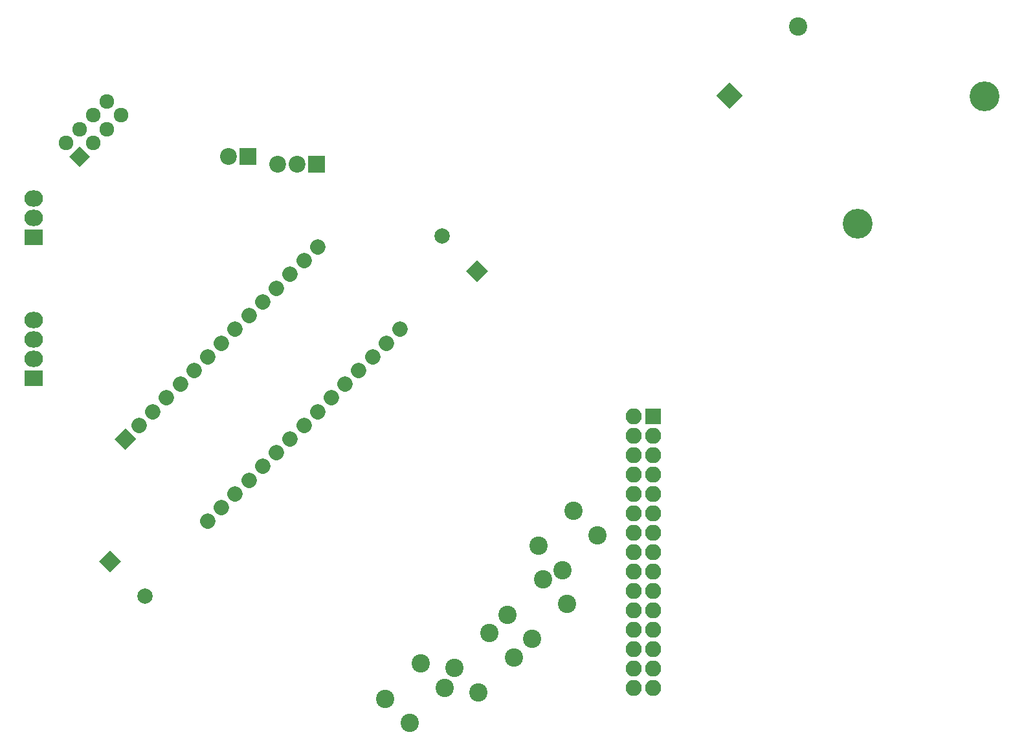
<source format=gbr>
G04 #@! TF.FileFunction,Soldermask,Bot*
%FSLAX46Y46*%
G04 Gerber Fmt 4.6, Leading zero omitted, Abs format (unit mm)*
G04 Created by KiCad (PCBNEW 4.0.7) date 06/10/18 23:21:09*
%MOMM*%
%LPD*%
G01*
G04 APERTURE LIST*
%ADD10C,0.100000*%
%ADD11C,2.000000*%
%ADD12C,2.400000*%
%ADD13C,3.900000*%
%ADD14C,2.000000*%
%ADD15R,2.200000X2.200000*%
%ADD16C,2.200000*%
%ADD17R,2.100000X2.100000*%
%ADD18O,2.100000X2.100000*%
%ADD19R,2.432000X2.127200*%
%ADD20O,2.432000X2.127200*%
%ADD21C,1.924000*%
G04 APERTURE END LIST*
D10*
G36*
X15585786Y-50000000D02*
X17000000Y-48585786D01*
X18414214Y-50000000D01*
X17000000Y-51414214D01*
X15585786Y-50000000D01*
X15585786Y-50000000D01*
G37*
D11*
X51124973Y-37427641D02*
X51124973Y-37427641D01*
X18796051Y-48203949D02*
X18796051Y-48203949D01*
X49328922Y-39223693D02*
X49328922Y-39223693D01*
X20592102Y-46407898D02*
X20592102Y-46407898D01*
X47532871Y-41019744D02*
X47532871Y-41019744D01*
X22388154Y-44611846D02*
X22388154Y-44611846D01*
X45736820Y-42815795D02*
X45736820Y-42815795D01*
X24184205Y-42815795D02*
X24184205Y-42815795D01*
X43940768Y-44611846D02*
X43940768Y-44611846D01*
X25980256Y-41019744D02*
X25980256Y-41019744D01*
X42144717Y-46407898D02*
X42144717Y-46407898D01*
X27776307Y-39223693D02*
X27776307Y-39223693D01*
X40348666Y-48203949D02*
X40348666Y-48203949D01*
X29572359Y-37427641D02*
X29572359Y-37427641D01*
X38552615Y-50000000D02*
X38552615Y-50000000D01*
X31368410Y-35631590D02*
X31368410Y-35631590D01*
X36756563Y-51796051D02*
X36756563Y-51796051D01*
X33164461Y-33835539D02*
X33164461Y-33835539D01*
X34960512Y-53592102D02*
X34960512Y-53592102D01*
X34960512Y-32039488D02*
X34960512Y-32039488D01*
X33164461Y-55388154D02*
X33164461Y-55388154D01*
X36756563Y-30243437D02*
X36756563Y-30243437D01*
X31368410Y-57184205D02*
X31368410Y-57184205D01*
X38552615Y-28447385D02*
X38552615Y-28447385D01*
X29572359Y-58980256D02*
X29572359Y-58980256D01*
X40348666Y-26651334D02*
X40348666Y-26651334D01*
X27776307Y-60776307D02*
X27776307Y-60776307D01*
X42144717Y-24855283D02*
X42144717Y-24855283D01*
X52921024Y-35631590D02*
X52921024Y-35631590D01*
D10*
G36*
X94302944Y-5000000D02*
X96000000Y-3302944D01*
X97697056Y-5000000D01*
X96000000Y-6697056D01*
X94302944Y-5000000D01*
X94302944Y-5000000D01*
G37*
D12*
X104980256Y3980256D03*
D13*
X129388592Y-5161645D03*
X112775118Y-21775118D03*
D10*
G36*
X64414214Y-28000000D02*
X63000000Y-29414214D01*
X61585786Y-28000000D01*
X63000000Y-26585786D01*
X64414214Y-28000000D01*
X64414214Y-28000000D01*
G37*
D14*
X58403806Y-23403806D03*
D10*
G36*
X13585786Y-66000000D02*
X15000000Y-64585786D01*
X16414214Y-66000000D01*
X15000000Y-67414214D01*
X13585786Y-66000000D01*
X13585786Y-66000000D01*
G37*
D14*
X19596194Y-70596194D03*
D15*
X33000000Y-13000000D03*
D16*
X30460000Y-13000000D03*
D17*
X86000000Y-47000000D03*
D18*
X83460000Y-47000000D03*
X86000000Y-49540000D03*
X83460000Y-49540000D03*
X86000000Y-52080000D03*
X83460000Y-52080000D03*
X86000000Y-54620000D03*
X83460000Y-54620000D03*
X86000000Y-57160000D03*
X83460000Y-57160000D03*
X86000000Y-59700000D03*
X83460000Y-59700000D03*
X86000000Y-62240000D03*
X83460000Y-62240000D03*
X86000000Y-64780000D03*
X83460000Y-64780000D03*
X86000000Y-67320000D03*
X83460000Y-67320000D03*
X86000000Y-69860000D03*
X83460000Y-69860000D03*
X86000000Y-72400000D03*
X83460000Y-72400000D03*
X86000000Y-74940000D03*
X83460000Y-74940000D03*
X86000000Y-77480000D03*
X83460000Y-77480000D03*
X86000000Y-80020000D03*
X83460000Y-80020000D03*
X86000000Y-82560000D03*
X83460000Y-82560000D03*
D19*
X5000000Y-23540000D03*
D20*
X5000000Y-21000000D03*
X5000000Y-18460000D03*
D19*
X5024229Y-42060707D03*
D20*
X5024229Y-39520707D03*
X5024229Y-36980707D03*
X5024229Y-34440707D03*
D12*
X54181981Y-87181981D03*
X51000000Y-84000000D03*
X58778175Y-82585786D03*
X55596194Y-79403806D03*
X63181981Y-83181981D03*
X60000000Y-80000000D03*
X67778175Y-78585786D03*
X64596194Y-75403806D03*
X70181981Y-76181981D03*
X67000000Y-73000000D03*
X74778175Y-71585786D03*
X71596194Y-68403806D03*
X74181981Y-67181981D03*
X71000000Y-64000000D03*
X78778175Y-62585786D03*
X75596194Y-59403806D03*
D15*
X42000000Y-14000000D03*
D16*
X39460000Y-14000000D03*
X36920000Y-14000000D03*
D10*
G36*
X12360473Y-13000000D02*
X11000000Y-14360473D01*
X9639527Y-13000000D01*
X11000000Y-11639527D01*
X12360473Y-13000000D01*
X12360473Y-13000000D01*
G37*
D21*
X9203949Y-11203949D03*
X12796051Y-11203949D03*
X11000000Y-9407898D03*
X14592102Y-9407898D03*
X12796051Y-7611846D03*
X16388154Y-7611846D03*
X14592102Y-5815795D03*
M02*

</source>
